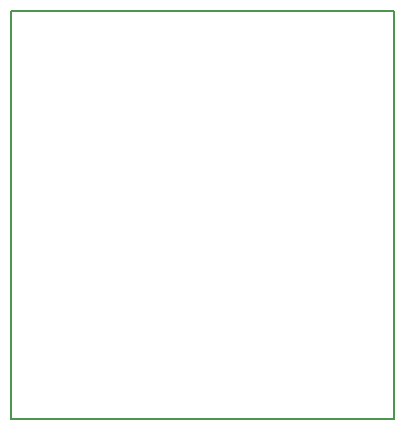
<source format=gbr>
G04 #@! TF.FileFunction,Profile,NP*
%FSLAX46Y46*%
G04 Gerber Fmt 4.6, Leading zero omitted, Abs format (unit mm)*
G04 Created by KiCad (PCBNEW 4.0.7) date 05/01/18 22:04:37*
%MOMM*%
%LPD*%
G01*
G04 APERTURE LIST*
%ADD10C,0.100000*%
%ADD11C,0.150000*%
G04 APERTURE END LIST*
D10*
D11*
X182875000Y-111625000D02*
X150375000Y-111625000D01*
X182875000Y-77075000D02*
X182875000Y-111625000D01*
X150375000Y-77075000D02*
X182875000Y-77075000D01*
X150375000Y-111625000D02*
X150375000Y-77075000D01*
M02*

</source>
